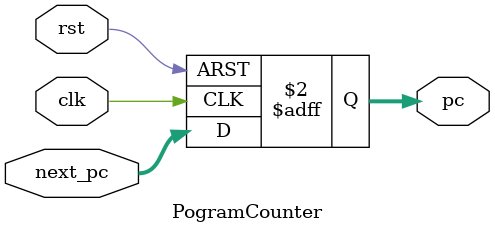
<source format=v>
module PogramCounter(
    input clk,                   // Sinal de clock
    input rst,                   // Sinal de reset
    input [31:0] next_pc,        // Próximo valor da próxima isntrução
    output reg [31:0] pc         // Valor do endereço da nistrução atual
);
    always @(posedge clk, posedge rst) begin
        if (rst)
            pc <= 32'b0; // Se o reset estiver ativo, o PC é definido como 0 (reinicialização do processador)
        else
            pc <= next_pc; // Caso contrário, o PC recebe o próximo endereço de instrução
    end
endmodule
</source>
